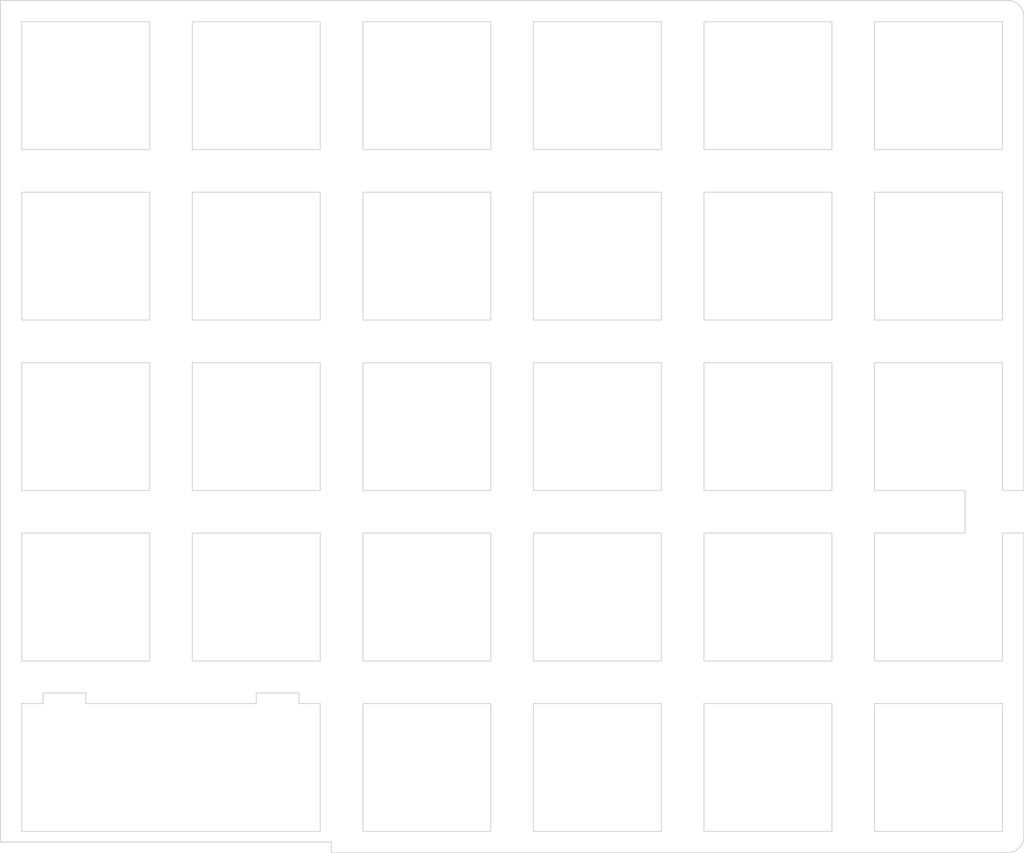
<source format=kicad_pcb>
(kicad_pcb (version 20171130) (host pcbnew "(5.1.10)-1")

  (general
    (thickness 1.6)
    (drawings 256)
    (tracks 0)
    (zones 0)
    (modules 5)
    (nets 1)
  )

  (page A4)
  (layers
    (0 F.Cu signal)
    (31 B.Cu signal)
    (32 B.Adhes user)
    (33 F.Adhes user)
    (34 B.Paste user hide)
    (35 F.Paste user hide)
    (36 B.SilkS user hide)
    (37 F.SilkS user hide)
    (38 B.Mask user)
    (39 F.Mask user hide)
    (40 Dwgs.User user hide)
    (41 Cmts.User user hide)
    (42 Eco1.User user hide)
    (43 Eco2.User user hide)
    (44 Edge.Cuts user)
    (45 Margin user hide)
    (46 B.CrtYd user hide)
    (47 F.CrtYd user hide)
    (48 B.Fab user hide)
    (49 F.Fab user hide)
  )

  (setup
    (last_trace_width 0.25)
    (trace_clearance 0.2)
    (zone_clearance 0.254)
    (zone_45_only no)
    (trace_min 0.2)
    (via_size 0.6)
    (via_drill 0.4)
    (via_min_size 0.4)
    (via_min_drill 0.3)
    (uvia_size 0.3)
    (uvia_drill 0.1)
    (uvias_allowed no)
    (uvia_min_size 0.2)
    (uvia_min_drill 0.1)
    (edge_width 0.1)
    (segment_width 0.2)
    (pcb_text_width 0.3)
    (pcb_text_size 1.5 1.5)
    (mod_edge_width 0.15)
    (mod_text_size 1 1)
    (mod_text_width 0.15)
    (pad_size 2.2 2.2)
    (pad_drill 2.2)
    (pad_to_mask_clearance 0)
    (aux_axis_origin 0 0)
    (grid_origin 121.443836 69.056292)
    (visible_elements 7FFFFFFF)
    (pcbplotparams
      (layerselection 0x010ff_ffffffff)
      (usegerberextensions true)
      (usegerberattributes false)
      (usegerberadvancedattributes false)
      (creategerberjobfile false)
      (excludeedgelayer true)
      (linewidth 0.100000)
      (plotframeref false)
      (viasonmask false)
      (mode 1)
      (useauxorigin false)
      (hpglpennumber 1)
      (hpglpenspeed 20)
      (hpglpendiameter 15.000000)
      (psnegative false)
      (psa4output false)
      (plotreference true)
      (plotvalue false)
      (plotinvisibletext false)
      (padsonsilk false)
      (subtractmaskfromsilk true)
      (outputformat 1)
      (mirror false)
      (drillshape 0)
      (scaleselection 1)
      (outputdirectory "gerbers"))
  )

  (net 0 "")

  (net_class Default "This is the default net class."
    (clearance 0.2)
    (trace_width 0.25)
    (via_dia 0.6)
    (via_drill 0.4)
    (uvia_dia 0.3)
    (uvia_drill 0.1)
  )

  (module MountingHole:MountingHole_2.2mm_M2 (layer F.Cu) (tedit 61B38F6D) (tstamp 61B40DF6)
    (at 159.543836 98.631292)
    (descr "Mounting Hole 2.2mm, no annular, M2")
    (tags "mounting hole 2.2mm no annular m2")
    (attr virtual)
    (fp_text reference REF** (at 0 -3.2) (layer F.SilkS) hide
      (effects (font (size 1 1) (thickness 0.15)))
    )
    (fp_text value MountingHole_2.2mm_M2 (at 0 3.2) (layer F.Fab)
      (effects (font (size 1 1) (thickness 0.15)))
    )
    (fp_text user %R (at 0.3 0) (layer F.Fab)
      (effects (font (size 1 1) (thickness 0.15)))
    )
    (fp_circle (center 0 0) (end 2.2 0) (layer Cmts.User) (width 0.15))
    (fp_circle (center 0 0) (end 2.45 0) (layer F.CrtYd) (width 0.05))
    (pad "" np_thru_hole circle (at 0 0) (size 2.2 2.2) (drill 2.2) (layers *.Cu *.Mask))
  )

  (module MountingHole:MountingHole_2.2mm_M2 (layer F.Cu) (tedit 61B38F7D) (tstamp 61B40D3B)
    (at 197.643836 126.016292)
    (descr "Mounting Hole 2.2mm, no annular, M2")
    (tags "mounting hole 2.2mm no annular m2")
    (attr virtual)
    (fp_text reference REF** (at 0 -3.2) (layer F.SilkS) hide
      (effects (font (size 1 1) (thickness 0.15)))
    )
    (fp_text value MountingHole_2.2mm_M2 (at 0 3.2) (layer F.Fab)
      (effects (font (size 1 1) (thickness 0.15)))
    )
    (fp_text user %R (at 0.3 0) (layer F.Fab)
      (effects (font (size 1 1) (thickness 0.15)))
    )
    (fp_circle (center 0 0) (end 2.2 0) (layer Cmts.User) (width 0.15))
    (fp_circle (center 0 0) (end 2.45 0) (layer F.CrtYd) (width 0.05))
    (pad "" np_thru_hole circle (at 0 0) (size 2.2 2.2) (drill 2.2) (layers *.Cu *.Mask))
  )

  (module MountingHole:MountingHole_2.2mm_M2 (layer F.Cu) (tedit 61B38F73) (tstamp 61B40CA8)
    (at 140.633836 126.016292)
    (descr "Mounting Hole 2.2mm, no annular, M2")
    (tags "mounting hole 2.2mm no annular m2")
    (attr virtual)
    (fp_text reference REF** (at 0 -3.2) (layer F.SilkS) hide
      (effects (font (size 1 1) (thickness 0.15)))
    )
    (fp_text value MountingHole_2.2mm_M2 (at 0 3.2) (layer F.Fab)
      (effects (font (size 1 1) (thickness 0.15)))
    )
    (fp_text user %R (at 0.3 0) (layer F.Fab)
      (effects (font (size 1 1) (thickness 0.15)))
    )
    (fp_circle (center 0 0) (end 2.2 0) (layer Cmts.User) (width 0.15))
    (fp_circle (center 0 0) (end 2.45 0) (layer F.CrtYd) (width 0.05))
    (pad "" np_thru_hole circle (at -0.14 0.19) (size 2.2 2.2) (drill 2.2) (layers *.Cu *.Mask))
  )

  (module MountingHole:MountingHole_2.2mm_M2 (layer F.Cu) (tedit 61B38F9D) (tstamp 61B40C09)
    (at 197.643836 69.056292)
    (descr "Mounting Hole 2.2mm, no annular, M2")
    (tags "mounting hole 2.2mm no annular m2")
    (attr virtual)
    (fp_text reference REF** (at 0 -3.2) (layer F.SilkS) hide
      (effects (font (size 1 1) (thickness 0.15)))
    )
    (fp_text value MountingHole_2.2mm_M2 (at 0 3.2) (layer F.Fab)
      (effects (font (size 1 1) (thickness 0.15)))
    )
    (fp_text user %R (at 0.3 0) (layer F.Fab)
      (effects (font (size 1 1) (thickness 0.15)))
    )
    (fp_circle (center 0 0) (end 2.2 0) (layer Cmts.User) (width 0.15))
    (fp_circle (center 0 0) (end 2.45 0) (layer F.CrtYd) (width 0.05))
    (pad "" np_thru_hole circle (at 0 0) (size 2.2 2.2) (drill 2.2) (layers *.Cu *.Mask))
  )

  (module MountingHole:MountingHole_2.2mm_M2 (layer F.Cu) (tedit 61B38F67) (tstamp 61B40BCC)
    (at 121.443836 69.056292)
    (descr "Mounting Hole 2.2mm, no annular, M2")
    (tags "mounting hole 2.2mm no annular m2")
    (attr virtual)
    (fp_text reference REF** (at 0 -3.2) (layer F.SilkS) hide
      (effects (font (size 1 1) (thickness 0.15)))
    )
    (fp_text value MountingHole_2.2mm_M2 (at 0 3.2) (layer F.Fab)
      (effects (font (size 1 1) (thickness 0.15)))
    )
    (fp_text user %R (at 0.3 0) (layer F.Fab)
      (effects (font (size 1 1) (thickness 0.15)))
    )
    (fp_circle (center 0 0) (end 2.2 0) (layer Cmts.User) (width 0.15))
    (fp_circle (center 0 0) (end 2.45 0) (layer F.CrtYd) (width 0.05))
    (pad "" np_thru_hole circle (at 0 0) (size 2.2 2.2) (drill 2.2) (layers *.Cu *.Mask))
  )

  (gr_line (start 157.1625 66.675) (end 157.1625 52.3875) (layer Edge.Cuts) (width 0.1))
  (gr_line (start 142.875 66.675) (end 157.1625 66.675) (layer Edge.Cuts) (width 0.1))
  (gr_line (start 157.1625 52.3875) (end 142.875 52.3875) (layer Edge.Cuts) (width 0.1) (tstamp 60162991))
  (gr_line (start 142.875 52.3875) (end 142.875 66.675) (layer Edge.Cuts) (width 0.1))
  (gr_line (start 138.1125 52.3875) (end 123.825 52.3875) (layer Edge.Cuts) (width 0.1) (tstamp 60162990))
  (gr_line (start 123.825 66.675) (end 138.1125 66.675) (layer Edge.Cuts) (width 0.1))
  (gr_line (start 138.1125 66.675) (end 138.1125 52.3875) (layer Edge.Cuts) (width 0.1))
  (gr_line (start 138.1125 85.725) (end 138.1125 71.4375) (layer Edge.Cuts) (width 0.1) (tstamp 601629A9))
  (gr_line (start 138.1125 71.4375) (end 123.825 71.4375) (layer Edge.Cuts) (width 0.1) (tstamp 601629A8))
  (gr_line (start 142.875 71.4375) (end 142.875 85.725) (layer Edge.Cuts) (width 0.1) (tstamp 601629B0))
  (gr_line (start 157.1625 71.4375) (end 142.875 71.4375) (layer Edge.Cuts) (width 0.1) (tstamp 601629AB))
  (gr_line (start 157.1625 85.725) (end 157.1625 71.4375) (layer Edge.Cuts) (width 0.1) (tstamp 601629B1))
  (dimension 19.05 (width 0.15) (layer Dwgs.User)
    (gr_text "19.050 mm" (at 111.918836 73.706292) (layer Dwgs.User)
      (effects (font (size 1 1) (thickness 0.15)))
    )
    (feature1 (pts (xy 121.443836 69.056292) (xy 121.443836 72.992713)))
    (feature2 (pts (xy 102.393836 69.056292) (xy 102.393836 72.992713)))
    (crossbar (pts (xy 102.393836 72.406292) (xy 121.443836 72.406292)))
    (arrow1a (pts (xy 121.443836 72.406292) (xy 120.317332 72.992713)))
    (arrow1b (pts (xy 121.443836 72.406292) (xy 120.317332 71.819871)))
    (arrow2a (pts (xy 102.393836 72.406292) (xy 103.52034 72.992713)))
    (arrow2b (pts (xy 102.393836 72.406292) (xy 103.52034 71.819871)))
  )
  (dimension 19.05 (width 0.15) (layer Dwgs.User)
    (gr_text "19.050 mm" (at 89.793836 59.531292 270) (layer Dwgs.User)
      (effects (font (size 1 1) (thickness 0.15)))
    )
    (feature1 (pts (xy 102.393836 69.056292) (xy 90.507415 69.056292)))
    (feature2 (pts (xy 102.393836 50.006292) (xy 90.507415 50.006292)))
    (crossbar (pts (xy 91.093836 50.006292) (xy 91.093836 69.056292)))
    (arrow1a (pts (xy 91.093836 69.056292) (xy 90.507415 67.929788)))
    (arrow1b (pts (xy 91.093836 69.056292) (xy 91.680257 67.929788)))
    (arrow2a (pts (xy 91.093836 50.006292) (xy 90.507415 51.132796)))
    (arrow2b (pts (xy 91.093836 50.006292) (xy 91.680257 51.132796)))
  )
  (gr_poly (pts (xy 104.775 128.5875) (xy 104.775 142.875) (xy 103.584375 143.764) (xy 103.584375 127.396875)) (layer F.Mask) (width 0.1) (tstamp 61A7C497))
  (gr_poly (pts (xy 138.1125 142.875) (xy 138.1125 128.5875) (xy 139.303125 127.396875) (xy 139.303125 143.764)) (layer F.Mask) (width 0.1) (tstamp 61A7C449))
  (gr_line (start 139.350356 145.256372) (end 214.907993 145.256372) (layer Edge.Cuts) (width 0.1) (tstamp 61A7BECA))
  (gr_line (start 127.350356 144.056372) (end 139.350356 144.056372) (layer Edge.Cuts) (width 0.1) (tstamp 61A7BE6E))
  (gr_line (start 139.350356 145.256372) (end 139.350356 144.056372) (layer Edge.Cuts) (width 0.1) (tstamp 61A7BE6C))
  (gr_line (start 102.393836 144.056372) (end 127.350356 144.056372) (layer Edge.Cuts) (width 0.1))
  (gr_poly (pts (xy 157.1625 142.875) (xy 157.1625 128.5875) (xy 158.353125 127.396875) (xy 158.353125 144.065625)) (layer F.Mask) (width 0.1) (tstamp 6145E99F))
  (gr_poly (pts (xy 195.2625 142.875) (xy 195.2625 128.5875) (xy 196.453125 127.396875) (xy 196.453125 144.065625)) (layer F.Mask) (width 0.1) (tstamp 6145E99E))
  (gr_poly (pts (xy 200.025 128.5875) (xy 200.025 142.875) (xy 198.834375 144.065625) (xy 198.834375 127.396875)) (layer F.Mask) (width 0.1) (tstamp 6145E99C))
  (gr_poly (pts (xy 138.1125 128.5875) (xy 104.775 128.5875) (xy 103.584375 127.396875) (xy 139.303125 127.396875)) (layer F.Mask) (width 0.1) (tstamp 6145E99B))
  (gr_poly (pts (xy 200.025 142.875) (xy 214.3125 142.875) (xy 215.503125 144.065625) (xy 198.834375 144.065625)) (layer F.Mask) (width 0.1) (tstamp 6145E99A))
  (gr_poly (pts (xy 161.925 128.5875) (xy 161.925 142.875) (xy 160.734375 144.065625) (xy 160.734375 127.396875)) (layer F.Mask) (width 0.1) (tstamp 6145E999))
  (gr_poly (pts (xy 176.2125 142.875) (xy 176.2125 128.5875) (xy 177.403125 127.396875) (xy 177.403125 144.065625)) (layer F.Mask) (width 0.1) (tstamp 6145E998))
  (gr_poly (pts (xy 176.2125 128.5875) (xy 161.925 128.5875) (xy 160.734375 127.396875) (xy 177.403125 127.396875)) (layer F.Mask) (width 0.1) (tstamp 6145E997))
  (gr_poly (pts (xy 161.925 142.875) (xy 176.2125 142.875) (xy 177.403125 144.065625) (xy 160.734375 144.065625)) (layer F.Mask) (width 0.1) (tstamp 6145E996))
  (gr_poly (pts (xy 142.875 142.875) (xy 157.1625 142.875) (xy 158.353125 144.065625) (xy 141.684375 144.065625)) (layer F.Mask) (width 0.1) (tstamp 6145E994))
  (gr_poly (pts (xy 142.875 128.5875) (xy 142.875 142.875) (xy 141.684375 144.065625) (xy 141.684375 127.396875)) (layer F.Mask) (width 0.1) (tstamp 6145E993))
  (gr_poly (pts (xy 180.975 142.875) (xy 195.2625 142.875) (xy 196.453125 144.065625) (xy 179.784375 144.065625)) (layer F.Mask) (width 0.1) (tstamp 6145E991))
  (gr_poly (pts (xy 157.1625 128.5875) (xy 142.875 128.5875) (xy 141.684375 127.396875) (xy 158.353125 127.396875)) (layer F.Mask) (width 0.1) (tstamp 6145E990))
  (gr_poly (pts (xy 195.2625 128.5875) (xy 180.975 128.5875) (xy 179.784375 127.396875) (xy 196.453125 127.396875)) (layer F.Mask) (width 0.1) (tstamp 6145E98E))
  (gr_poly (pts (xy 104.775 142.875) (xy 138.1125 142.875) (xy 139.303125 143.764) (xy 103.584375 143.764)) (layer F.Mask) (width 0.1) (tstamp 6145E98D))
  (gr_poly (pts (xy 214.3125 142.875) (xy 214.3125 128.5875) (xy 215.503125 127.396875) (xy 215.503125 144.065625)) (layer F.Mask) (width 0.1) (tstamp 6145E98C))
  (gr_poly (pts (xy 214.3125 128.5875) (xy 200.025 128.5875) (xy 198.834375 127.396875) (xy 215.503125 127.396875)) (layer F.Mask) (width 0.1) (tstamp 6145E989))
  (gr_poly (pts (xy 180.975 128.5875) (xy 180.975 142.875) (xy 179.784375 144.065625) (xy 179.784375 127.396875)) (layer F.Mask) (width 0.1) (tstamp 6145E988))
  (gr_poly (pts (xy 157.1625 123.825) (xy 157.1625 109.5375) (xy 158.353125 108.346875) (xy 158.353125 125.015625)) (layer F.Mask) (width 0.1) (tstamp 6145E99F))
  (gr_poly (pts (xy 195.2625 123.825) (xy 195.2625 109.5375) (xy 196.453125 108.346875) (xy 196.453125 125.015625)) (layer F.Mask) (width 0.1) (tstamp 6145E99E))
  (gr_poly (pts (xy 123.825 109.5375) (xy 123.825 123.825) (xy 122.634375 125.015625) (xy 122.634375 108.346875)) (layer F.Mask) (width 0.1) (tstamp 6145E99D))
  (gr_poly (pts (xy 200.025 109.5375) (xy 200.025 123.825) (xy 198.834375 125.015625) (xy 198.834375 108.346875)) (layer F.Mask) (width 0.1) (tstamp 6145E99C))
  (gr_poly (pts (xy 119.0625 109.5375) (xy 104.775 109.5375) (xy 103.584375 108.346875) (xy 120.253125 108.346875)) (layer F.Mask) (width 0.1) (tstamp 6145E99B))
  (gr_poly (pts (xy 200.025 123.825) (xy 214.3125 123.825) (xy 215.503125 125.015625) (xy 198.834375 125.015625)) (layer F.Mask) (width 0.1) (tstamp 6145E99A))
  (gr_poly (pts (xy 161.925 109.5375) (xy 161.925 123.825) (xy 160.734375 125.015625) (xy 160.734375 108.346875)) (layer F.Mask) (width 0.1) (tstamp 6145E999))
  (gr_poly (pts (xy 176.2125 123.825) (xy 176.2125 109.5375) (xy 177.403125 108.346875) (xy 177.403125 125.015625)) (layer F.Mask) (width 0.1) (tstamp 6145E998))
  (gr_poly (pts (xy 176.2125 109.5375) (xy 161.925 109.5375) (xy 160.734375 108.346875) (xy 177.403125 108.346875)) (layer F.Mask) (width 0.1) (tstamp 6145E997))
  (gr_poly (pts (xy 161.925 123.825) (xy 176.2125 123.825) (xy 177.403125 125.015625) (xy 160.734375 125.015625)) (layer F.Mask) (width 0.1) (tstamp 6145E996))
  (gr_poly (pts (xy 138.1125 109.5375) (xy 123.825 109.5375) (xy 122.634375 108.346875) (xy 139.303125 108.346875)) (layer F.Mask) (width 0.1) (tstamp 6145E995))
  (gr_poly (pts (xy 142.875 123.825) (xy 157.1625 123.825) (xy 158.353125 125.015625) (xy 141.684375 125.015625)) (layer F.Mask) (width 0.1) (tstamp 6145E994))
  (gr_poly (pts (xy 142.875 109.5375) (xy 142.875 123.825) (xy 141.684375 125.015625) (xy 141.684375 108.346875)) (layer F.Mask) (width 0.1) (tstamp 6145E993))
  (gr_poly (pts (xy 138.1125 123.825) (xy 138.1125 109.5375) (xy 139.303125 108.346875) (xy 139.303125 125.015625)) (layer F.Mask) (width 0.1) (tstamp 6145E992))
  (gr_poly (pts (xy 180.975 123.825) (xy 195.2625 123.825) (xy 196.453125 125.015625) (xy 179.784375 125.015625)) (layer F.Mask) (width 0.1) (tstamp 6145E991))
  (gr_poly (pts (xy 157.1625 109.5375) (xy 142.875 109.5375) (xy 141.684375 108.346875) (xy 158.353125 108.346875)) (layer F.Mask) (width 0.1) (tstamp 6145E990))
  (gr_poly (pts (xy 123.825 123.825) (xy 138.1125 123.825) (xy 139.303125 125.015625) (xy 122.634375 125.015625)) (layer F.Mask) (width 0.1) (tstamp 6145E98F))
  (gr_poly (pts (xy 195.2625 109.5375) (xy 180.975 109.5375) (xy 179.784375 108.346875) (xy 196.453125 108.346875)) (layer F.Mask) (width 0.1) (tstamp 6145E98E))
  (gr_poly (pts (xy 104.775 123.825) (xy 119.0625 123.825) (xy 120.253125 125.015625) (xy 103.584375 125.015625)) (layer F.Mask) (width 0.1) (tstamp 6145E98D))
  (gr_poly (pts (xy 214.3125 123.825) (xy 214.3125 109.5375) (xy 215.503125 108.346875) (xy 215.503125 125.015625)) (layer F.Mask) (width 0.1) (tstamp 6145E98C))
  (gr_poly (pts (xy 119.0625 123.825) (xy 119.0625 109.5375) (xy 120.253125 108.346875) (xy 120.253125 125.015625)) (layer F.Mask) (width 0.1) (tstamp 6145E98B))
  (gr_poly (pts (xy 104.775 109.5375) (xy 104.775 123.825) (xy 103.584375 125.015625) (xy 103.584375 108.346875)) (layer F.Mask) (width 0.1) (tstamp 6145E98A))
  (gr_poly (pts (xy 214.3125 109.5375) (xy 200.025 109.5375) (xy 198.834375 108.346875) (xy 215.503125 108.346875)) (layer F.Mask) (width 0.1) (tstamp 6145E989))
  (gr_poly (pts (xy 180.975 109.5375) (xy 180.975 123.825) (xy 179.784375 125.015625) (xy 179.784375 108.346875)) (layer F.Mask) (width 0.1) (tstamp 6145E988))
  (gr_poly (pts (xy 157.1625 104.775) (xy 157.1625 90.4875) (xy 158.353125 89.296875) (xy 158.353125 105.965625)) (layer F.Mask) (width 0.1) (tstamp 6145E99F))
  (gr_poly (pts (xy 195.2625 104.775) (xy 195.2625 90.4875) (xy 196.453125 89.296875) (xy 196.453125 105.965625)) (layer F.Mask) (width 0.1) (tstamp 6145E99E))
  (gr_poly (pts (xy 123.825 90.4875) (xy 123.825 104.775) (xy 122.634375 105.965625) (xy 122.634375 89.296875)) (layer F.Mask) (width 0.1) (tstamp 6145E99D))
  (gr_poly (pts (xy 200.025 90.4875) (xy 200.025 104.775) (xy 198.834375 105.965625) (xy 198.834375 89.296875)) (layer F.Mask) (width 0.1) (tstamp 6145E99C))
  (gr_poly (pts (xy 119.0625 90.4875) (xy 104.775 90.4875) (xy 103.584375 89.296875) (xy 120.253125 89.296875)) (layer F.Mask) (width 0.1) (tstamp 6145E99B))
  (gr_poly (pts (xy 200.025 104.775) (xy 214.3125 104.775) (xy 215.503125 105.965625) (xy 198.834375 105.965625)) (layer F.Mask) (width 0.1) (tstamp 6145E99A))
  (gr_poly (pts (xy 161.925 90.4875) (xy 161.925 104.775) (xy 160.734375 105.965625) (xy 160.734375 89.296875)) (layer F.Mask) (width 0.1) (tstamp 6145E999))
  (gr_poly (pts (xy 176.2125 104.775) (xy 176.2125 90.4875) (xy 177.403125 89.296875) (xy 177.403125 105.965625)) (layer F.Mask) (width 0.1) (tstamp 6145E998))
  (gr_poly (pts (xy 176.2125 90.4875) (xy 161.925 90.4875) (xy 160.734375 89.296875) (xy 177.403125 89.296875)) (layer F.Mask) (width 0.1) (tstamp 6145E997))
  (gr_poly (pts (xy 161.925 104.775) (xy 176.2125 104.775) (xy 177.403125 105.965625) (xy 160.734375 105.965625)) (layer F.Mask) (width 0.1) (tstamp 6145E996))
  (gr_poly (pts (xy 138.1125 90.4875) (xy 123.825 90.4875) (xy 122.634375 89.296875) (xy 139.303125 89.296875)) (layer F.Mask) (width 0.1) (tstamp 6145E995))
  (gr_poly (pts (xy 142.875 104.775) (xy 157.1625 104.775) (xy 158.353125 105.965625) (xy 141.684375 105.965625)) (layer F.Mask) (width 0.1) (tstamp 6145E994))
  (gr_poly (pts (xy 142.875 90.4875) (xy 142.875 104.775) (xy 141.684375 105.965625) (xy 141.684375 89.296875)) (layer F.Mask) (width 0.1) (tstamp 6145E993))
  (gr_poly (pts (xy 138.1125 104.775) (xy 138.1125 90.4875) (xy 139.303125 89.296875) (xy 139.303125 105.965625)) (layer F.Mask) (width 0.1) (tstamp 6145E992))
  (gr_poly (pts (xy 180.975 104.775) (xy 195.2625 104.775) (xy 196.453125 105.965625) (xy 179.784375 105.965625)) (layer F.Mask) (width 0.1) (tstamp 6145E991))
  (gr_poly (pts (xy 157.1625 90.4875) (xy 142.875 90.4875) (xy 141.684375 89.296875) (xy 158.353125 89.296875)) (layer F.Mask) (width 0.1) (tstamp 6145E990))
  (gr_poly (pts (xy 123.825 104.775) (xy 138.1125 104.775) (xy 139.303125 105.965625) (xy 122.634375 105.965625)) (layer F.Mask) (width 0.1) (tstamp 6145E98F))
  (gr_poly (pts (xy 195.2625 90.4875) (xy 180.975 90.4875) (xy 179.784375 89.296875) (xy 196.453125 89.296875)) (layer F.Mask) (width 0.1) (tstamp 6145E98E))
  (gr_poly (pts (xy 104.775 104.775) (xy 119.0625 104.775) (xy 120.253125 105.965625) (xy 103.584375 105.965625)) (layer F.Mask) (width 0.1) (tstamp 6145E98D))
  (gr_poly (pts (xy 214.3125 104.775) (xy 214.3125 90.4875) (xy 215.503125 89.296875) (xy 215.503125 105.965625)) (layer F.Mask) (width 0.1) (tstamp 6145E98C))
  (gr_poly (pts (xy 119.0625 104.775) (xy 119.0625 90.4875) (xy 120.253125 89.296875) (xy 120.253125 105.965625)) (layer F.Mask) (width 0.1) (tstamp 6145E98B))
  (gr_poly (pts (xy 104.775 90.4875) (xy 104.775 104.775) (xy 103.584375 105.965625) (xy 103.584375 89.296875)) (layer F.Mask) (width 0.1) (tstamp 6145E98A))
  (gr_poly (pts (xy 214.3125 90.4875) (xy 200.025 90.4875) (xy 198.834375 89.296875) (xy 215.503125 89.296875)) (layer F.Mask) (width 0.1) (tstamp 6145E989))
  (gr_poly (pts (xy 180.975 90.4875) (xy 180.975 104.775) (xy 179.784375 105.965625) (xy 179.784375 89.296875)) (layer F.Mask) (width 0.1) (tstamp 6145E988))
  (gr_poly (pts (xy 157.1625 85.725) (xy 157.1625 71.4375) (xy 158.353125 70.246875) (xy 158.353125 86.915625)) (layer F.Mask) (width 0.1) (tstamp 6145E99F))
  (gr_poly (pts (xy 195.2625 85.725) (xy 195.2625 71.4375) (xy 196.453125 70.246875) (xy 196.453125 86.915625)) (layer F.Mask) (width 0.1) (tstamp 6145E99E))
  (gr_poly (pts (xy 123.825 71.4375) (xy 123.825 85.725) (xy 122.634375 86.915625) (xy 122.634375 70.246875)) (layer F.Mask) (width 0.1) (tstamp 6145E99D))
  (gr_poly (pts (xy 200.025 71.4375) (xy 200.025 85.725) (xy 198.834375 86.915625) (xy 198.834375 70.246875)) (layer F.Mask) (width 0.1) (tstamp 6145E99C))
  (gr_poly (pts (xy 119.0625 71.4375) (xy 104.775 71.4375) (xy 103.584375 70.246875) (xy 120.253125 70.246875)) (layer F.Mask) (width 0.1) (tstamp 6145E99B))
  (gr_poly (pts (xy 200.025 85.725) (xy 214.3125 85.725) (xy 215.503125 86.915625) (xy 198.834375 86.915625)) (layer F.Mask) (width 0.1) (tstamp 6145E99A))
  (gr_poly (pts (xy 161.925 71.4375) (xy 161.925 85.725) (xy 160.734375 86.915625) (xy 160.734375 70.246875)) (layer F.Mask) (width 0.1) (tstamp 6145E999))
  (gr_poly (pts (xy 176.2125 85.725) (xy 176.2125 71.4375) (xy 177.403125 70.246875) (xy 177.403125 86.915625)) (layer F.Mask) (width 0.1) (tstamp 6145E998))
  (gr_poly (pts (xy 176.2125 71.4375) (xy 161.925 71.4375) (xy 160.734375 70.246875) (xy 177.403125 70.246875)) (layer F.Mask) (width 0.1) (tstamp 6145E997))
  (gr_poly (pts (xy 161.925 85.725) (xy 176.2125 85.725) (xy 177.403125 86.915625) (xy 160.734375 86.915625)) (layer F.Mask) (width 0.1) (tstamp 6145E996))
  (gr_poly (pts (xy 138.1125 71.4375) (xy 123.825 71.4375) (xy 122.634375 70.246875) (xy 139.303125 70.246875)) (layer F.Mask) (width 0.1) (tstamp 6145E995))
  (gr_poly (pts (xy 142.875 85.725) (xy 157.1625 85.725) (xy 158.353125 86.915625) (xy 141.684375 86.915625)) (layer F.Mask) (width 0.1) (tstamp 6145E994))
  (gr_poly (pts (xy 142.875 71.4375) (xy 142.875 85.725) (xy 141.684375 86.915625) (xy 141.684375 70.246875)) (layer F.Mask) (width 0.1) (tstamp 6145E993))
  (gr_poly (pts (xy 138.1125 85.725) (xy 138.1125 71.4375) (xy 139.303125 70.246875) (xy 139.303125 86.915625)) (layer F.Mask) (width 0.1) (tstamp 6145E992))
  (gr_poly (pts (xy 180.975 85.725) (xy 195.2625 85.725) (xy 196.453125 86.915625) (xy 179.784375 86.915625)) (layer F.Mask) (width 0.1) (tstamp 6145E991))
  (gr_poly (pts (xy 157.1625 71.4375) (xy 142.875 71.4375) (xy 141.684375 70.246875) (xy 158.353125 70.246875)) (layer F.Mask) (width 0.1) (tstamp 6145E990))
  (gr_poly (pts (xy 123.825 85.725) (xy 138.1125 85.725) (xy 139.303125 86.915625) (xy 122.634375 86.915625)) (layer F.Mask) (width 0.1) (tstamp 6145E98F))
  (gr_poly (pts (xy 195.2625 71.4375) (xy 180.975 71.4375) (xy 179.784375 70.246875) (xy 196.453125 70.246875)) (layer F.Mask) (width 0.1) (tstamp 6145E98E))
  (gr_poly (pts (xy 104.775 85.725) (xy 119.0625 85.725) (xy 120.253125 86.915625) (xy 103.584375 86.915625)) (layer F.Mask) (width 0.1) (tstamp 6145E98D))
  (gr_poly (pts (xy 214.3125 85.725) (xy 214.3125 71.4375) (xy 215.503125 70.246875) (xy 215.503125 86.915625)) (layer F.Mask) (width 0.1) (tstamp 6145E98C))
  (gr_poly (pts (xy 119.0625 85.725) (xy 119.0625 71.4375) (xy 120.253125 70.246875) (xy 120.253125 86.915625)) (layer F.Mask) (width 0.1) (tstamp 6145E98B))
  (gr_poly (pts (xy 104.775 71.4375) (xy 104.775 85.725) (xy 103.584375 86.915625) (xy 103.584375 70.246875)) (layer F.Mask) (width 0.1) (tstamp 6145E98A))
  (gr_poly (pts (xy 214.3125 71.4375) (xy 200.025 71.4375) (xy 198.834375 70.246875) (xy 215.503125 70.246875)) (layer F.Mask) (width 0.1) (tstamp 6145E989))
  (gr_poly (pts (xy 180.975 71.4375) (xy 180.975 85.725) (xy 179.784375 86.915625) (xy 179.784375 70.246875)) (layer F.Mask) (width 0.1) (tstamp 6145E988))
  (gr_poly (pts (xy 200.025 52.3875) (xy 200.025 66.675) (xy 198.834375 67.865625) (xy 198.834375 51.196875)) (layer F.Mask) (width 0.1) (tstamp 6145E8A1))
  (gr_poly (pts (xy 214.3125 66.675) (xy 214.3125 52.3875) (xy 215.503125 51.196875) (xy 215.503125 67.865625)) (layer F.Mask) (width 0.1) (tstamp 6145E8A0))
  (gr_poly (pts (xy 214.3125 52.3875) (xy 200.025 52.3875) (xy 198.834375 51.196875) (xy 215.503125 51.196875)) (layer F.Mask) (width 0.1) (tstamp 6145E89F))
  (gr_poly (pts (xy 200.025 66.675) (xy 214.3125 66.675) (xy 215.503125 67.865625) (xy 198.834375 67.865625)) (layer F.Mask) (width 0.1) (tstamp 6145E89E))
  (gr_poly (pts (xy 180.975 52.3875) (xy 180.975 66.675) (xy 179.784375 67.865625) (xy 179.784375 51.196875)) (layer F.Mask) (width 0.1) (tstamp 6145E8A1))
  (gr_poly (pts (xy 195.2625 66.675) (xy 195.2625 52.3875) (xy 196.453125 51.196875) (xy 196.453125 67.865625)) (layer F.Mask) (width 0.1) (tstamp 6145E8A0))
  (gr_poly (pts (xy 195.2625 52.3875) (xy 180.975 52.3875) (xy 179.784375 51.196875) (xy 196.453125 51.196875)) (layer F.Mask) (width 0.1) (tstamp 6145E89F))
  (gr_poly (pts (xy 180.975 66.675) (xy 195.2625 66.675) (xy 196.453125 67.865625) (xy 179.784375 67.865625)) (layer F.Mask) (width 0.1) (tstamp 6145E89E))
  (gr_poly (pts (xy 161.925 52.3875) (xy 161.925 66.675) (xy 160.734375 67.865625) (xy 160.734375 51.196875)) (layer F.Mask) (width 0.1) (tstamp 6145E8A1))
  (gr_poly (pts (xy 176.2125 66.675) (xy 176.2125 52.3875) (xy 177.403125 51.196875) (xy 177.403125 67.865625)) (layer F.Mask) (width 0.1) (tstamp 6145E8A0))
  (gr_poly (pts (xy 176.2125 52.3875) (xy 161.925 52.3875) (xy 160.734375 51.196875) (xy 177.403125 51.196875)) (layer F.Mask) (width 0.1) (tstamp 6145E89F))
  (gr_poly (pts (xy 161.925 66.675) (xy 176.2125 66.675) (xy 177.403125 67.865625) (xy 160.734375 67.865625)) (layer F.Mask) (width 0.1) (tstamp 6145E89E))
  (gr_poly (pts (xy 142.875 52.3875) (xy 142.875 66.675) (xy 141.684375 67.865625) (xy 141.684375 51.196875)) (layer F.Mask) (width 0.1) (tstamp 6145E8A1))
  (gr_poly (pts (xy 157.1625 66.675) (xy 157.1625 52.3875) (xy 158.353125 51.196875) (xy 158.353125 67.865625)) (layer F.Mask) (width 0.1) (tstamp 6145E8A0))
  (gr_poly (pts (xy 157.1625 52.3875) (xy 142.875 52.3875) (xy 141.684375 51.196875) (xy 158.353125 51.196875)) (layer F.Mask) (width 0.1) (tstamp 6145E89F))
  (gr_poly (pts (xy 142.875 66.675) (xy 157.1625 66.675) (xy 158.353125 67.865625) (xy 141.684375 67.865625)) (layer F.Mask) (width 0.1) (tstamp 6145E89E))
  (gr_poly (pts (xy 123.825 52.3875) (xy 123.825 66.675) (xy 122.634375 67.865625) (xy 122.634375 51.196875)) (layer F.Mask) (width 0.1) (tstamp 6145E8A1))
  (gr_poly (pts (xy 138.1125 66.675) (xy 138.1125 52.3875) (xy 139.303125 51.196875) (xy 139.303125 67.865625)) (layer F.Mask) (width 0.1) (tstamp 6145E8A0))
  (gr_poly (pts (xy 138.1125 52.3875) (xy 123.825 52.3875) (xy 122.634375 51.196875) (xy 139.303125 51.196875)) (layer F.Mask) (width 0.1) (tstamp 6145E89F))
  (gr_poly (pts (xy 123.825 66.675) (xy 138.1125 66.675) (xy 139.303125 67.865625) (xy 122.634375 67.865625)) (layer F.Mask) (width 0.1) (tstamp 6145E89E))
  (gr_poly (pts (xy 104.775 52.3875) (xy 104.775 66.675) (xy 103.584375 67.865625) (xy 103.584375 51.196875)) (layer F.Mask) (width 0.1) (tstamp 6145E8A1))
  (gr_poly (pts (xy 119.0625 66.675) (xy 119.0625 52.3875) (xy 120.253125 51.196875) (xy 120.253125 67.865625)) (layer F.Mask) (width 0.1) (tstamp 6145E8A0))
  (gr_poly (pts (xy 119.0625 52.3875) (xy 104.775 52.3875) (xy 103.584375 51.196875) (xy 120.253125 51.196875)) (layer F.Mask) (width 0.1) (tstamp 6145E89F))
  (gr_poly (pts (xy 104.775 66.675) (xy 119.0625 66.675) (xy 120.253125 67.865625) (xy 103.584375 67.865625)) (layer F.Mask) (width 0.1) (tstamp 6145E89E))
  (gr_line (start 214.31268 104.775088) (end 216.693932 104.775088) (layer Edge.Cuts) (width 0.1))
  (gr_line (start 214.31268 109.537592) (end 216.693932 109.537592) (layer Edge.Cuts) (width 0.1))
  (gr_line (start 210.145489 104.775088) (end 210.145489 109.5375) (layer Edge.Cuts) (width 0.1) (tstamp 60512740))
  (gr_line (start 210.145489 104.775088) (end 210.145489 109.537592) (layer Dwgs.User) (width 0.15))
  (gr_line (start 102.393836 50.006292) (end 102.393836 144.056372) (layer Edge.Cuts) (width 0.1))
  (gr_line (start 214.907993 50.006292) (end 102.393836 50.006292) (layer Edge.Cuts) (width 0.1))
  (gr_line (start 104.775 142.875) (end 104.775 128.5875) (layer Edge.Cuts) (width 0.1) (tstamp 60162A39))
  (gr_line (start 138.1125 142.875) (end 138.1125 128.5875) (layer Edge.Cuts) (width 0.1) (tstamp 60162A36))
  (gr_line (start 135.731364 128.587608) (end 135.731364 127.396982) (layer Edge.Cuts) (width 0.1))
  (gr_line (start 107.15634 127.396982) (end 107.15634 128.587608) (layer Edge.Cuts) (width 0.1))
  (gr_line (start 130.96886 127.396982) (end 130.96886 128.587608) (layer Edge.Cuts) (width 0.1))
  (gr_line (start 135.731364 128.587608) (end 138.112616 128.587608) (layer Edge.Cuts) (width 0.1))
  (gr_line (start 111.918844 127.396982) (end 107.15634 127.396982) (layer Edge.Cuts) (width 0.1))
  (gr_line (start 104.775 128.5875) (end 107.15634 128.587608) (layer Edge.Cuts) (width 0.1) (tstamp 6015D352))
  (gr_line (start 138.1125 142.875) (end 104.775 142.875) (layer Edge.Cuts) (width 0.1) (tstamp 60162A7E))
  (gr_line (start 142.875 128.5875) (end 142.875 142.875) (layer Edge.Cuts) (width 0.1) (tstamp 60162A40))
  (gr_line (start 176.2125 142.875) (end 161.925 142.875) (layer Edge.Cuts) (width 0.1) (tstamp 60162A2D))
  (gr_line (start 111.918844 128.587608) (end 111.918844 127.396982) (layer Edge.Cuts) (width 0.1))
  (gr_line (start 135.731364 127.396982) (end 130.96886 127.396982) (layer Edge.Cuts) (width 0.1))
  (gr_line (start 180.975 128.5875) (end 195.2625 128.5875) (layer Edge.Cuts) (width 0.1) (tstamp 60162A3E))
  (gr_line (start 176.2125 128.5875) (end 176.2125 142.875) (layer Edge.Cuts) (width 0.1) (tstamp 60162A2C))
  (gr_line (start 157.1625 128.5875) (end 142.875 128.5875) (layer Edge.Cuts) (width 0.1) (tstamp 60162A2F))
  (gr_line (start 161.925 128.5875) (end 176.2125 128.5875) (layer Edge.Cuts) (width 0.1) (tstamp 60162A3F))
  (gr_line (start 200.025 142.875) (end 200.025 128.5875) (layer Edge.Cuts) (width 0.1) (tstamp 60162A38))
  (gr_line (start 180.975 142.875) (end 180.975 128.5875) (layer Edge.Cuts) (width 0.1) (tstamp 60162A34))
  (gr_line (start 195.2625 142.875) (end 180.975 142.875) (layer Edge.Cuts) (width 0.1) (tstamp 60162A30))
  (gr_line (start 142.875 142.875) (end 157.1625 142.875) (layer Edge.Cuts) (width 0.1) (tstamp 60162A2B))
  (gr_line (start 157.1625 142.875) (end 157.1625 128.5875) (layer Edge.Cuts) (width 0.1) (tstamp 60162A3C))
  (gr_line (start 161.925 142.875) (end 161.925 128.5875) (layer Edge.Cuts) (width 0.1) (tstamp 60162A33))
  (gr_line (start 195.2625 128.5875) (end 195.2625 142.875) (layer Edge.Cuts) (width 0.1) (tstamp 60162A37))
  (gr_line (start 111.918844 128.587608) (end 130.96886 128.587608) (layer Edge.Cuts) (width 0.1) (tstamp 6015D353))
  (gr_line (start 104.775 104.775) (end 104.775 90.4875) (layer Edge.Cuts) (width 0.1) (tstamp 601629D4))
  (gr_line (start 123.825 104.775) (end 138.1125 104.775) (layer Edge.Cuts) (width 0.1) (tstamp 601629D3))
  (gr_line (start 176.2125 90.4875) (end 176.2125 104.775) (layer Edge.Cuts) (width 0.1) (tstamp 601629D1))
  (gr_line (start 104.775 123.825) (end 104.775 109.5375) (layer Edge.Cuts) (width 0.1) (tstamp 60162A11))
  (gr_line (start 195.2625 109.5375) (end 195.2625 123.825) (layer Edge.Cuts) (width 0.1) (tstamp 60162A10))
  (gr_line (start 119.0625 123.825) (end 104.775 123.825) (layer Edge.Cuts) (width 0.1) (tstamp 60162A0F))
  (gr_line (start 104.775 109.5375) (end 119.0625 109.5375) (layer Edge.Cuts) (width 0.1) (tstamp 60162A0E))
  (gr_line (start 157.1625 123.825) (end 157.1625 109.5375) (layer Edge.Cuts) (width 0.1) (tstamp 60162A0D))
  (gr_line (start 157.1625 109.5375) (end 142.875 109.5375) (layer Edge.Cuts) (width 0.1) (tstamp 60162A0C))
  (gr_line (start 123.825 123.825) (end 138.1125 123.825) (layer Edge.Cuts) (width 0.1) (tstamp 60162A0B))
  (gr_line (start 138.1125 123.825) (end 138.1125 109.5375) (layer Edge.Cuts) (width 0.1) (tstamp 60162A09))
  (gr_line (start 180.975 123.825) (end 180.975 109.5375) (layer Edge.Cuts) (width 0.1) (tstamp 60162A07))
  (gr_line (start 161.925 123.825) (end 161.925 109.5375) (layer Edge.Cuts) (width 0.1) (tstamp 60162A06))
  (gr_line (start 142.875 123.825) (end 157.1625 123.825) (layer Edge.Cuts) (width 0.1) (tstamp 60162A05))
  (gr_line (start 176.2125 123.825) (end 161.925 123.825) (layer Edge.Cuts) (width 0.1) (tstamp 60162A04))
  (gr_line (start 119.0625 109.5375) (end 119.0625 123.825) (layer Edge.Cuts) (width 0.1) (tstamp 60162A03))
  (gr_line (start 176.2125 109.5375) (end 176.2125 123.825) (layer Edge.Cuts) (width 0.1) (tstamp 60162A02))
  (gr_line (start 142.875 109.5375) (end 142.875 123.825) (layer Edge.Cuts) (width 0.1) (tstamp 60162A01))
  (gr_line (start 123.825 109.5375) (end 123.825 123.825) (layer Edge.Cuts) (width 0.1) (tstamp 60162A00))
  (gr_line (start 161.925 109.5375) (end 176.2125 109.5375) (layer Edge.Cuts) (width 0.1) (tstamp 601629FF))
  (gr_line (start 180.975 109.5375) (end 195.2625 109.5375) (layer Edge.Cuts) (width 0.1) (tstamp 601629FE))
  (gr_line (start 195.2625 123.825) (end 180.975 123.825) (layer Edge.Cuts) (width 0.1) (tstamp 601629FD))
  (gr_line (start 138.1125 109.5375) (end 123.825 109.5375) (layer Edge.Cuts) (width 0.1) (tstamp 601629FC))
  (gr_line (start 200.025 123.825) (end 200.025 109.5375) (layer Edge.Cuts) (width 0.1) (tstamp 601629FB))
  (gr_line (start 119.0625 104.775) (end 104.775 104.775) (layer Edge.Cuts) (width 0.1) (tstamp 601629E2))
  (gr_line (start 161.925 104.775) (end 161.925 90.4875) (layer Edge.Cuts) (width 0.1) (tstamp 601629E1))
  (gr_line (start 104.775 90.4875) (end 119.0625 90.4875) (layer Edge.Cuts) (width 0.1) (tstamp 601629E0))
  (gr_line (start 180.975 90.4875) (end 195.2625 90.4875) (layer Edge.Cuts) (width 0.1) (tstamp 601629DE))
  (gr_line (start 123.825 90.4875) (end 123.825 104.775) (layer Edge.Cuts) (width 0.1) (tstamp 601629DD))
  (gr_line (start 157.1625 90.4875) (end 142.875 90.4875) (layer Edge.Cuts) (width 0.1) (tstamp 601629DC))
  (gr_line (start 142.875 90.4875) (end 142.875 104.775) (layer Edge.Cuts) (width 0.1) (tstamp 601629DB))
  (gr_line (start 157.1625 104.775) (end 157.1625 90.4875) (layer Edge.Cuts) (width 0.1) (tstamp 601629DA))
  (gr_line (start 138.1125 104.775) (end 138.1125 90.4875) (layer Edge.Cuts) (width 0.1) (tstamp 601629D8))
  (gr_line (start 142.875 104.775) (end 157.1625 104.775) (layer Edge.Cuts) (width 0.1) (tstamp 601629D7))
  (gr_line (start 200.025 104.775) (end 200.025 90.4875) (layer Edge.Cuts) (width 0.1) (tstamp 601629D6))
  (gr_line (start 195.2625 90.4875) (end 195.2625 104.775) (layer Edge.Cuts) (width 0.1) (tstamp 601629D5))
  (gr_line (start 119.0625 85.725) (end 104.775 85.725) (layer Edge.Cuts) (width 0.1) (tstamp 601629A2))
  (gr_line (start 104.775 71.4375) (end 119.0625 71.4375) (layer Edge.Cuts) (width 0.1) (tstamp 601629A1))
  (gr_line (start 161.925 85.725) (end 161.925 71.4375) (layer Edge.Cuts) (width 0.1) (tstamp 601629A0))
  (gr_line (start 195.2625 71.4375) (end 195.2625 85.725) (layer Edge.Cuts) (width 0.1) (tstamp 6016299D))
  (gr_line (start 200.025 85.725) (end 200.025 71.4375) (layer Edge.Cuts) (width 0.1) (tstamp 6016299C))
  (gr_line (start 123.825 71.4375) (end 123.825 85.725) (layer Edge.Cuts) (width 0.1) (tstamp 6016299B))
  (gr_line (start 200.025 66.675) (end 200.025 52.3875) (layer Edge.Cuts) (width 0.1) (tstamp 60162994))
  (gr_line (start 180.975 66.675) (end 180.975 52.3875) (layer Edge.Cuts) (width 0.1) (tstamp 60162993))
  (gr_line (start 195.2625 66.675) (end 180.975 66.675) (layer Edge.Cuts) (width 0.1))
  (gr_line (start 195.2625 52.3875) (end 195.2625 66.675) (layer Edge.Cuts) (width 0.1))
  (gr_line (start 180.975 52.3875) (end 195.2625 52.3875) (layer Edge.Cuts) (width 0.1))
  (gr_line (start 161.925 66.675) (end 161.925 52.3875) (layer Edge.Cuts) (width 0.1) (tstamp 60162992))
  (gr_line (start 176.2125 66.675) (end 161.925 66.675) (layer Edge.Cuts) (width 0.1))
  (gr_line (start 176.2125 52.3875) (end 176.2125 66.675) (layer Edge.Cuts) (width 0.1))
  (gr_line (start 161.925 52.3875) (end 176.2125 52.3875) (layer Edge.Cuts) (width 0.1))
  (gr_line (start 123.825 52.3875) (end 123.825 66.675) (layer Edge.Cuts) (width 0.1))
  (gr_line (start 104.775 66.675) (end 104.775 52.3875) (layer Edge.Cuts) (width 0.1) (tstamp 6016298F))
  (gr_line (start 119.0625 66.675) (end 104.775 66.675) (layer Edge.Cuts) (width 0.1))
  (gr_line (start 119.0625 52.3875) (end 119.0625 66.675) (layer Edge.Cuts) (width 0.1))
  (gr_line (start 104.775 52.3875) (end 119.0625 52.3875) (layer Edge.Cuts) (width 0.1))
  (gr_line (start 180.975 104.775) (end 180.975 90.4875) (layer Edge.Cuts) (width 0.1) (tstamp 601629D0))
  (gr_line (start 176.2125 104.775) (end 161.925 104.775) (layer Edge.Cuts) (width 0.1) (tstamp 601629CF))
  (gr_line (start 195.2625 104.775) (end 180.975 104.775) (layer Edge.Cuts) (width 0.1) (tstamp 601629CE))
  (gr_line (start 161.925 90.4875) (end 176.2125 90.4875) (layer Edge.Cuts) (width 0.1) (tstamp 601629CD))
  (gr_line (start 138.1125 90.4875) (end 123.825 90.4875) (layer Edge.Cuts) (width 0.1) (tstamp 601629CC))
  (gr_line (start 119.0625 90.4875) (end 119.0625 104.775) (layer Edge.Cuts) (width 0.1) (tstamp 601629CB))
  (gr_line (start 123.825 85.725) (end 138.1125 85.725) (layer Edge.Cuts) (width 0.1) (tstamp 601629B2))
  (gr_line (start 142.875 85.725) (end 157.1625 85.725) (layer Edge.Cuts) (width 0.1) (tstamp 601629AF))
  (gr_line (start 104.775 85.725) (end 104.775 71.4375) (layer Edge.Cuts) (width 0.1) (tstamp 601629AE))
  (gr_line (start 176.2125 71.4375) (end 176.2125 85.725) (layer Edge.Cuts) (width 0.1) (tstamp 601629AD))
  (gr_line (start 180.975 71.4375) (end 195.2625 71.4375) (layer Edge.Cuts) (width 0.1) (tstamp 601629AA))
  (gr_line (start 119.0625 71.4375) (end 119.0625 85.725) (layer Edge.Cuts) (width 0.1) (tstamp 601629A7))
  (gr_line (start 195.2625 85.725) (end 180.975 85.725) (layer Edge.Cuts) (width 0.1) (tstamp 601629A6))
  (gr_line (start 161.925 71.4375) (end 176.2125 71.4375) (layer Edge.Cuts) (width 0.1) (tstamp 601629A5))
  (gr_line (start 180.975 85.725) (end 180.975 71.4375) (layer Edge.Cuts) (width 0.1) (tstamp 601629A4))
  (gr_line (start 176.2125 85.725) (end 161.925 85.725) (layer Edge.Cuts) (width 0.1) (tstamp 601629A3))
  (gr_line (start 200.025 90.4875) (end 214.3125 90.4875) (layer Edge.Cuts) (width 0.1) (tstamp 601629D2))
  (gr_line (start 214.3125 90.4875) (end 214.3125 104.775) (layer Edge.Cuts) (width 0.1) (tstamp 601629DF))
  (gr_line (start 210.145489 104.775088) (end 200.025 104.775088) (layer Edge.Cuts) (width 0.1) (tstamp 601629D9))
  (gr_line (start 214.3125 71.4375) (end 214.3125 85.725) (layer Edge.Cuts) (width 0.1) (tstamp 6016299F))
  (gr_line (start 214.3125 85.725) (end 200.025 85.725) (layer Edge.Cuts) (width 0.1) (tstamp 6016299E))
  (gr_line (start 214.3125 66.675) (end 200.025 66.675) (layer Edge.Cuts) (width 0.1))
  (gr_line (start 214.3125 52.3875) (end 214.3125 66.675) (layer Edge.Cuts) (width 0.1))
  (gr_line (start 200.025 52.3875) (end 214.3125 52.3875) (layer Edge.Cuts) (width 0.1))
  (gr_line (start 200.025 71.4375) (end 214.3125 71.4375) (layer Edge.Cuts) (width 0.1) (tstamp 601629AC))
  (gr_line (start 214.3125 142.875) (end 200.025 142.875) (layer Edge.Cuts) (width 0.1) (tstamp 60162A32))
  (gr_line (start 200.025 128.5875) (end 214.3125 128.5875) (layer Edge.Cuts) (width 0.1) (tstamp 60162A42))
  (gr_line (start 214.3125 128.5875) (end 214.3125 142.875) (layer Edge.Cuts) (width 0.1) (tstamp 60162A35))
  (gr_line (start 200.025 109.5375) (end 210.145489 109.5375) (layer Edge.Cuts) (width 0.1) (tstamp 60162A12))
  (gr_line (start 214.3125 123.825) (end 200.025 123.825) (layer Edge.Cuts) (width 0.1) (tstamp 60162A0A))
  (gr_line (start 214.3125 109.5375) (end 214.3125 123.825) (layer Edge.Cuts) (width 0.1) (tstamp 60162A08))
  (gr_line (start 216.693932 109.537592) (end 216.693932 143.470433) (layer Edge.Cuts) (width 0.1) (tstamp 6015D2BB))
  (gr_line (start 216.693932 51.792231) (end 216.693932 104.775088) (layer Edge.Cuts) (width 0.1))
  (gr_arc (start 214.907993 143.470433) (end 214.907993 145.256372) (angle -90) (layer Edge.Cuts) (width 0.1))
  (gr_arc (start 214.907993 51.792231) (end 216.693932 51.792231) (angle -90) (layer Edge.Cuts) (width 0.1))

  (zone (net 0) (net_name "") (layer F.Cu) (tstamp 6120AB36) (hatch edge 0.508)
    (connect_pads (clearance 0.254))
    (min_thickness 0.254)
    (fill (arc_segments 32) (thermal_gap 0.508) (thermal_bridge_width 0.508))
    (polygon
      (pts
        (xy 216.693932 145.256372) (xy 102.393836 145.256372) (xy 102.393836 50.006292) (xy 216.693932 50.006292)
      )
    )
  )
  (zone (net 0) (net_name "") (layer B.Cu) (tstamp 6120AB33) (hatch edge 0.508)
    (connect_pads (clearance 0.254))
    (min_thickness 0.254)
    (fill (arc_segments 32) (thermal_gap 0.508) (thermal_bridge_width 0.508))
    (polygon
      (pts
        (xy 216.693932 145.256372) (xy 102.393836 145.256372) (xy 102.393836 50.006292) (xy 216.693932 50.006292)
      )
    )
  )
)

</source>
